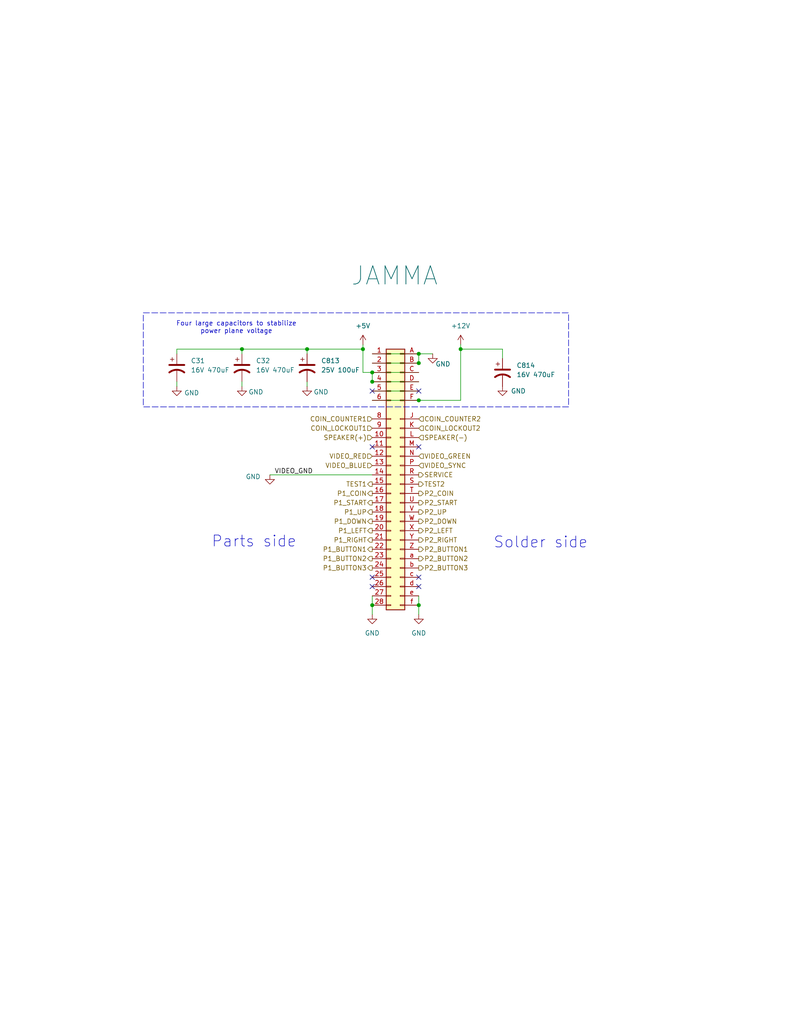
<source format=kicad_sch>
(kicad_sch (version 20231120) (generator "eeschema") (generator_version "8.0")
  (paper "A" portrait)
  (title_block (title "RA9704, JAMMA") (date "2024-12-29") (rev "002") (company "Coin-Op Collection") (comment 1 "Author: Brandon Arnold") (comment 2 "License: CC BY-NC-SA 4.0"))
  (lib_symbols
    (symbol "power:+12V" (power) (pin_numbers hide) (pin_names (offset 0) hide)
      (property "Value" "+12V" (at 0 3.556 0))
      (symbol "+12V_0_1"
        (polyline (pts (xy -0.762 1.27) (xy 0 2.54)))
        (polyline (pts (xy 0 0) (xy 0 2.54)))
        (polyline (pts (xy 0 2.54) (xy 0.762 1.27)))
      )
      (symbol "+12V_1_1"
        (pin power_in line (at 0 0 90) (length 0) (name "~") (number "1"))
      )
    )
    (symbol "power:+5V" (power) (pin_numbers hide) (pin_names (offset 0) hide)
      (property "Value" "+5V" (at 0 3.556 0))
      (symbol "+5V_0_1"
        (polyline (pts (xy -0.762 1.27) (xy 0 2.54)))
        (polyline (pts (xy 0 0) (xy 0 2.54)))
        (polyline (pts (xy 0 2.54) (xy 0.762 1.27)))
      )
      (symbol "+5V_1_1"
        (pin power_in line (at 0 0 90) (length 0) (name "~") (number "1"))
      )
    )
    (symbol "power:GND" (power) (pin_numbers hide) (pin_names (offset 0) hide)
      (property "Value" "GND" (at 0 -3.81 0))
      (symbol "GND_0_1"
        (polyline (pts (xy 0 0) (xy 0 -1.27) (xy 1.27 -1.27) (xy 0 -2.54) (xy -1.27 -1.27) (xy 0 -1.27)))
      )
      (symbol "GND_1_1"
        (pin power_in line (at 0 0 270) (length 0) (name "~") (number "1"))
      )
    )
    (symbol "ra9704:C_Polarized_US_8mm" (pin_numbers hide) (pin_names (offset 0.254) hide)
      (property "Reference" "C" (at 0.635 2.54 0))
      (property "Value" "C_Polarized_US" (at 0.635 -2.54 0))
      (symbol "C_Polarized_US_8mm_0_1"
        (polyline (pts (xy -2.032 0.762) (xy 2.032 0.762)) (stroke (width 0.508)))
        (polyline (pts (xy -1.778 2.286) (xy -0.762 2.286)))
        (polyline (pts (xy -1.27 1.778) (xy -1.27 2.794)))
        (arc (start 2.032 -1.27) (mid 0 -0.5572) (end -2.032 -1.27) (stroke (width 0.508)))
      )
      (symbol "C_Polarized_US_8mm_1_1"
        (pin passive line (at 0 3.81 270) (length 2.794) (name "~") (number "1"))
        (pin passive line (at 0 -3.81 90) (length 3.302) (name "~") (number "2"))
      )
    )
    (symbol "ra9704:JAMMA-56"
      (property "Reference" "U" (at 0 0 0))
      (property "Value" "JAMMA-56" (at 0 0 0))
      (symbol "JAMMA-56_1_1"
        (rectangle (start -2.54 -34.163) (end -1.27 -34.417) (stroke (width 0.1524)))
        (rectangle (start -2.54 -31.623) (end -1.27 -31.877) (stroke (width 0.1524)))
        (rectangle (start -2.54 -29.083) (end -1.27 -29.337) (stroke (width 0.1524)))
        (rectangle (start -2.54 -26.543) (end -1.27 -26.797) (stroke (width 0.1524)))
        (rectangle (start -2.54 -24.003) (end -1.27 -24.257) (stroke (width 0.1524)))
        (rectangle (start -2.54 -21.463) (end -1.27 -21.717) (stroke (width 0.1524)))
        (rectangle (start -2.54 -18.923) (end -1.27 -19.177) (stroke (width 0.1524)))
        (rectangle (start -2.54 -16.383) (end -1.27 -16.637) (stroke (width 0.1524)))
        (rectangle (start -2.54 -13.843) (end -1.27 -14.097) (stroke (width 0.1524)))
        (rectangle (start -2.54 -11.303) (end -1.27 -11.557) (stroke (width 0.1524)))
        (rectangle (start -2.54 -8.763) (end -1.27 -9.017) (stroke (width 0.1524)))
        (rectangle (start -2.54 -6.223) (end -1.27 -6.477) (stroke (width 0.1524)))
        (rectangle (start -2.54 -3.683) (end -1.27 -3.937) (stroke (width 0.1524)))
        (rectangle (start -2.54 -1.143) (end -1.27 -1.397) (stroke (width 0.1524)))
        (rectangle (start -2.54 1.397) (end -1.27 1.143) (stroke (width 0.1524)))
        (rectangle (start -2.54 3.937) (end -1.27 3.683) (stroke (width 0.1524)))
        (rectangle (start -2.54 6.477) (end -1.27 6.223) (stroke (width 0.1524)))
        (rectangle (start -2.54 9.017) (end -1.27 8.763) (stroke (width 0.1524)))
        (rectangle (start -2.54 11.557) (end -1.27 11.303) (stroke (width 0.1524)))
        (rectangle (start -2.54 14.097) (end -1.27 13.843) (stroke (width 0.1524)))
        (rectangle (start -2.54 16.637) (end -1.27 16.383) (stroke (width 0.1524)))
        (rectangle (start -2.54 21.717) (end -1.27 21.463) (stroke (width 0.1524)))
        (rectangle (start -2.54 24.257) (end -1.27 24.003) (stroke (width 0.1524)))
        (rectangle (start -2.54 26.797) (end -1.27 26.543) (stroke (width 0.1524)))
        (rectangle (start -2.54 29.337) (end -1.27 29.083) (stroke (width 0.1524)))
        (rectangle (start -2.54 31.877) (end -1.27 31.623) (stroke (width 0.1524)))
        (rectangle (start -2.54 34.417) (end -1.27 34.163) (stroke (width 0.1524)))
        (rectangle (start -2.54 35.56) (end 2.54 -35.56) (stroke (width 0.254)) (fill (type background)))
        (rectangle (start 2.54 -34.163) (end 1.27 -34.417) (stroke (width 0.1524)))
        (rectangle (start 2.54 -31.623) (end 1.27 -31.877) (stroke (width 0.1524)))
        (rectangle (start 2.54 -29.083) (end 1.27 -29.337) (stroke (width 0.1524)))
        (rectangle (start 2.54 -26.543) (end 1.27 -26.797) (stroke (width 0.1524)))
        (rectangle (start 2.54 -24.003) (end 1.27 -24.257) (stroke (width 0.1524)))
        (rectangle (start 2.54 -21.463) (end 1.27 -21.717) (stroke (width 0.1524)))
        (rectangle (start 2.54 -18.923) (end 1.27 -19.177) (stroke (width 0.1524)))
        (rectangle (start 2.54 -16.383) (end 1.27 -16.637) (stroke (width 0.1524)))
        (rectangle (start 2.54 -13.843) (end 1.27 -14.097) (stroke (width 0.1524)))
        (rectangle (start 2.54 -11.303) (end 1.27 -11.557) (stroke (width 0.1524)))
        (rectangle (start 2.54 -8.763) (end 1.27 -9.017) (stroke (width 0.1524)))
        (rectangle (start 2.54 -6.223) (end 1.27 -6.477) (stroke (width 0.1524)))
        (rectangle (start 2.54 -3.683) (end 1.27 -3.937) (stroke (width 0.1524)))
        (rectangle (start 2.54 -1.143) (end 1.27 -1.397) (stroke (width 0.1524)))
        (rectangle (start 2.54 1.397) (end 1.27 1.143) (stroke (width 0.1524)))
        (rectangle (start 2.54 3.937) (end 1.27 3.683) (stroke (width 0.1524)))
        (rectangle (start 2.54 6.477) (end 1.27 6.223) (stroke (width 0.1524)))
        (rectangle (start 2.54 9.017) (end 1.27 8.763) (stroke (width 0.1524)))
        (rectangle (start 2.54 11.557) (end 1.27 11.303) (stroke (width 0.1524)))
        (rectangle (start 2.54 14.097) (end 1.27 13.843) (stroke (width 0.1524)))
        (rectangle (start 2.54 16.637) (end 1.27 16.383) (stroke (width 0.1524)))
        (rectangle (start 2.54 21.717) (end 1.27 21.463) (stroke (width 0.1524)))
        (rectangle (start 2.54 24.257) (end 1.27 24.003) (stroke (width 0.1524)))
        (rectangle (start 2.54 26.797) (end 1.27 26.543) (stroke (width 0.1524)))
        (rectangle (start 2.54 29.337) (end 1.27 29.083) (stroke (width 0.1524)))
        (rectangle (start 2.54 31.877) (end 1.27 31.623) (stroke (width 0.1524)))
        (rectangle (start 2.54 34.417) (end 1.27 34.163) (stroke (width 0.1524)))
        (pin passive line (at -6.35 34.29 0) (length 3.81) (name "") (number "1"))
        (pin passive line (at -6.35 11.43 0) (length 3.81) (name "") (number "10"))
        (pin passive line (at -6.35 8.89 0) (length 3.81) (name "") (number "11"))
        (pin passive line (at -6.35 6.35 0) (length 3.81) (name "") (number "12"))
        (pin passive line (at -6.35 3.81 0) (length 3.81) (name "") (number "13"))
        (pin passive line (at -6.35 1.27 0) (length 3.81) (name "") (number "14"))
        (pin passive line (at -6.35 -1.27 0) (length 3.81) (name "") (number "15"))
        (pin passive line (at -6.35 -3.81 0) (length 3.81) (name "") (number "16"))
        (pin passive line (at -6.35 -6.35 0) (length 3.81) (name "") (number "17"))
        (pin passive line (at -6.35 -8.89 0) (length 3.81) (name "") (number "18"))
        (pin passive line (at -6.35 -11.43 0) (length 3.81) (name "") (number "19"))
        (pin passive line (at -6.35 31.75 0) (length 3.81) (name "") (number "2"))
        (pin passive line (at -6.35 -13.97 0) (length 3.81) (name "") (number "20"))
        (pin passive line (at -6.35 -16.51 0) (length 3.81) (name "") (number "21"))
        (pin passive line (at -6.35 -19.05 0) (length 3.81) (name "") (number "22"))
        (pin passive line (at -6.35 -21.59 0) (length 3.81) (name "") (number "23"))
        (pin passive line (at -6.35 -24.13 0) (length 3.81) (name "") (number "24"))
        (pin passive line (at -6.35 -26.67 0) (length 3.81) (name "") (number "25"))
        (pin passive line (at -6.35 -29.21 0) (length 3.81) (name "") (number "26"))
        (pin passive line (at -6.35 -31.75 0) (length 3.81) (name "") (number "27"))
        (pin passive line (at -6.35 -34.29 0) (length 3.81) (name "") (number "28"))
        (pin passive line (at -6.35 29.21 0) (length 3.81) (name "") (number "3"))
        (pin passive line (at -6.35 26.67 0) (length 3.81) (name "") (number "4"))
        (pin passive line (at -6.35 24.13 0) (length 3.81) (name "") (number "5"))
        (pin passive line (at -6.35 21.59 0) (length 3.81) (name "") (number "6"))
        (pin passive line (at -6.35 16.51 0) (length 3.81) (name "") (number "8"))
        (pin passive line (at -6.35 13.97 0) (length 3.81) (name "") (number "9"))
        (pin passive line (at 6.35 34.29 180) (length 3.81) (name "") (number "A"))
        (pin passive line (at 6.35 31.75 180) (length 3.81) (name "") (number "B"))
        (pin passive line (at 6.35 29.21 180) (length 3.81) (name "") (number "C"))
        (pin passive line (at 6.35 26.67 180) (length 3.81) (name "") (number "D"))
        (pin passive line (at 6.35 24.13 180) (length 3.81) (name "") (number "E"))
        (pin passive line (at 6.35 21.59 180) (length 3.81) (name "") (number "F"))
        (pin passive line (at 6.35 16.51 180) (length 3.81) (name "") (number "J"))
        (pin passive line (at 6.35 13.97 180) (length 3.81) (name "") (number "K"))
        (pin passive line (at 6.35 11.43 180) (length 3.81) (name "") (number "L"))
        (pin passive line (at 6.35 8.89 180) (length 3.81) (name "") (number "M"))
        (pin passive line (at 6.35 6.35 180) (length 3.81) (name "") (number "N"))
        (pin passive line (at 6.35 3.81 180) (length 3.81) (name "") (number "P"))
        (pin passive line (at 6.35 1.27 180) (length 3.81) (name "") (number "R"))
        (pin passive line (at 6.35 -1.27 180) (length 3.81) (name "") (number "S"))
        (pin passive line (at 6.35 -3.81 180) (length 3.81) (name "") (number "T"))
        (pin passive line (at 6.35 -6.35 180) (length 3.81) (name "") (number "U"))
        (pin passive line (at 6.35 -8.89 180) (length 3.81) (name "") (number "V"))
        (pin passive line (at 6.35 -11.43 180) (length 3.81) (name "") (number "W"))
        (pin passive line (at 6.35 -13.97 180) (length 3.81) (name "") (number "X"))
        (pin passive line (at 6.35 -16.51 180) (length 3.81) (name "") (number "Y"))
        (pin passive line (at 6.35 -19.05 180) (length 3.81) (name "") (number "Z"))
        (pin passive line (at 6.35 -21.59 180) (length 3.81) (name "") (number "a"))
        (pin passive line (at 6.35 -24.13 180) (length 3.81) (name "") (number "b"))
        (pin passive line (at 6.35 -26.67 180) (length 3.81) (name "") (number "c"))
        (pin passive line (at 6.35 -29.21 180) (length 3.81) (name "") (number "d"))
        (pin passive line (at 6.35 -31.75 180) (length 3.81) (name "") (number "e"))
        (pin passive line (at 6.35 -34.29 180) (length 3.81) (name "") (number "f"))
      )
    )
  )
  (junction (at 99.06 95.25))
  (junction (at 114.3 99.06))
  (junction (at 125.73 95.25))
  (junction (at 101.6 165.1))
  (junction (at 114.3 96.52))
  (junction (at 114.3 165.1))
  (junction (at 114.3 109.22))
  (junction (at 83.82 95.25))
  (junction (at 66.04 95.25))
  (junction (at 101.6 104.14))
  (junction (at 101.6 101.6))
  (no_connect (at 101.6 121.92))
  (no_connect (at 101.6 106.68))
  (no_connect (at 114.3 160.02))
  (no_connect (at 101.6 157.48))
  (no_connect (at 114.3 121.92))
  (no_connect (at 114.3 106.68))
  (no_connect (at 101.6 160.02))
  (no_connect (at 114.3 157.48))
  (wire (pts (xy 101.6 104.14) (xy 114.3 104.14)))
  (wire (pts (xy 101.6 101.6) (xy 114.3 101.6)))
  (wire (pts (xy 99.06 95.25) (xy 99.06 101.6)))
  (wire (pts (xy 101.6 109.22) (xy 114.3 109.22)))
  (wire (pts (xy 125.73 95.25) (xy 137.16 95.25)))
  (wire (pts (xy 101.6 101.6) (xy 101.6 104.14)))
  (wire (pts (xy 48.26 95.25) (xy 66.04 95.25)))
  (wire (pts (xy 101.6 162.56) (xy 101.6 165.1)))
  (wire (pts (xy 114.3 96.52) (xy 114.3 99.06)))
  (wire (pts (xy 83.82 104.14) (xy 83.82 105.41)))
  (wire (pts (xy 137.16 95.25) (xy 137.16 97.79)))
  (wire (pts (xy 114.3 165.1) (xy 114.3 167.64)))
  (wire (pts (xy 48.26 104.14) (xy 48.26 105.41)))
  (wire (pts (xy 83.82 96.52) (xy 83.82 95.25)))
  (wire (pts (xy 101.6 165.1) (xy 101.6 167.64)))
  (wire (pts (xy 101.6 99.06) (xy 114.3 99.06)))
  (wire (pts (xy 83.82 95.25) (xy 99.06 95.25)))
  (wire (pts (xy 125.73 95.25) (xy 125.73 93.98)))
  (wire (pts (xy 48.26 96.52) (xy 48.26 95.25)))
  (wire (pts (xy 66.04 96.52) (xy 66.04 95.25)))
  (wire (pts (xy 114.3 96.52) (xy 118.11 96.52)))
  (wire (pts (xy 73.66 129.54) (xy 101.6 129.54)))
  (wire (pts (xy 66.04 104.14) (xy 66.04 105.41)))
  (wire (pts (xy 101.6 106.68) (xy 114.3 106.68)))
  (wire (pts (xy 99.06 101.6) (xy 101.6 101.6)))
  (wire (pts (xy 125.73 95.25) (xy 125.73 109.22)))
  (wire (pts (xy 101.6 96.52) (xy 114.3 96.52)))
  (wire (pts (xy 66.04 95.25) (xy 83.82 95.25)))
  (wire (pts (xy 114.3 162.56) (xy 114.3 165.1)))
  (wire (pts (xy 99.06 93.98) (xy 99.06 95.25)))
  (wire (pts (xy 114.3 109.22) (xy 125.73 109.22)))
  (rectangle (start 39.116 85.344) (end 155.194 110.998) (stroke (width 0) (type dash)))
  (text "Parts side" (at 69.342 147.828 0) (effects (font (size 3 3))))
  (text "Solder side" (at 147.574 148.082 0) (effects (font (size 3 3))))
  (text "Four large capacitors to stabilize\npower plane voltage" (at 64.516 89.408 0) (effects (font (size 1.27 1.27))))
  (label "VIDEO_GND" (at 74.93 129.54 0))
  (hierarchical_label "SPEAKER(-)" (shape input) (at 114.3 119.38 0))
  (hierarchical_label "P2_LEFT" (shape output) (at 114.3 144.78 0))
  (hierarchical_label "P1_BUTTON1" (shape output) (at 101.6 149.86 180))
  (hierarchical_label "VIDEO_BLUE" (shape input) (at 101.6 127 180))
  (hierarchical_label "P2_DOWN" (shape output) (at 114.3 142.24 0))
  (hierarchical_label "TEST1" (shape output) (at 101.6 132.08 180))
  (hierarchical_label "P1_LEFT" (shape output) (at 101.6 144.78 180))
  (hierarchical_label "COIN_COUNTER2" (shape input) (at 114.3 114.3 0))
  (hierarchical_label "P2_BUTTON1" (shape output) (at 114.3 149.86 0))
  (hierarchical_label "P1_START" (shape output) (at 101.6 137.16 180))
  (hierarchical_label "P1_UP" (shape output) (at 101.6 139.7 180))
  (hierarchical_label "COIN_COUNTER1" (shape input) (at 101.6 114.3 180))
  (hierarchical_label "P2_UP" (shape output) (at 114.3 139.7 0))
  (hierarchical_label "P1_BUTTON2" (shape output) (at 101.6 152.4 180))
  (hierarchical_label "P1_RIGHT" (shape output) (at 101.6 147.32 180))
  (hierarchical_label "VIDEO_SYNC" (shape input) (at 114.3 127 0))
  (hierarchical_label "P2_COIN" (shape output) (at 114.3 134.62 0))
  (hierarchical_label "SERVICE" (shape output) (at 114.3 129.54 0))
  (hierarchical_label "P1_BUTTON3" (shape output) (at 101.6 154.94 180))
  (hierarchical_label "TEST2" (shape output) (at 114.3 132.08 0))
  (hierarchical_label "COIN_LOCKOUT1" (shape input) (at 101.6 116.84 180))
  (hierarchical_label "P1_DOWN" (shape output) (at 101.6 142.24 180))
  (hierarchical_label "P2_BUTTON3" (shape output) (at 114.3 154.94 0))
  (hierarchical_label "P2_RIGHT" (shape output) (at 114.3 147.32 0))
  (hierarchical_label "VIDEO_RED" (shape input) (at 101.6 124.46 180))
  (hierarchical_label "COIN_LOCKOUT2" (shape input) (at 114.3 116.84 0))
  (hierarchical_label "P1_COIN" (shape output) (at 101.6 134.62 180))
  (hierarchical_label "VIDEO_GREEN" (shape input) (at 114.3 124.46 0))
  (hierarchical_label "P2_START" (shape output) (at 114.3 137.16 0))
  (hierarchical_label "SPEAKER(+)" (shape input) (at 101.6 119.38 180))
  (hierarchical_label "P2_BUTTON2" (shape output) (at 114.3 152.4 0))
  (symbol (lib_id "power:GND") (at 66.04 105.41 0) (unit 1)
    (property "Reference" "#PWR0118" (effects (hide yes)))
    (property "Value" "GND" (at 69.85 106.934 0))
    (property "Description" "Power symbol creates a global label with name \"GND\" , ground" (effects (hide yes)))
  )
  (symbol (lib_id "power:GND") (at 118.11 96.52 0) (unit 1)
    (property "Reference" "#PWR0193" (effects (hide yes)))
    (property "Value" "GND" (at 120.904 99.314 0))
    (property "Description" "Power symbol creates a global label with name \"GND\" , ground" (effects (hide yes)))
  )
  (symbol (lib_id "ra9704:C_Polarized_US_8mm") (at 137.16 101.6 0) (unit 1)
    (property "Reference" "C814" (at 140.97 99.6949 0) (effects (justify left)))
    (property "Value" "16V 470uF" (at 140.97 102.2349 0) (effects (justify left)))
    (property "Footprint" "ra9704:CP_Radial_D8.0mm_P5.00mm" (effects (hide yes)))
    (property "Description" "Polarized capacitor, US symbol" (effects (hide yes)))
  )
  (symbol (lib_id "power:GND") (at 83.82 105.41 0) (unit 1)
    (property "Reference" "#PWR0148" (effects (hide yes)))
    (property "Value" "GND" (at 87.63 106.934 0))
    (property "Description" "Power symbol creates a global label with name \"GND\" , ground" (effects (hide yes)))
  )
  (symbol (lib_id "ra9704:JAMMA-56") (at 107.95 130.81 0) (unit 1)
    (property "Reference" "JAMMA1" (effects (hide yes)))
    (property "Value" "JAMMA" (at 107.696 75.184 0) (effects (font (size 5 5))))
    (property "Footprint" "ra9704:JAMMA-56" (effects (hide yes)))
  )
  (symbol (lib_id "ra9704:C_Polarized_US_8mm") (at 48.26 100.33 0) (unit 1)
    (property "Reference" "C31" (at 52.07 98.4249 0) (effects (justify left)))
    (property "Value" "16V 470uF" (at 52.07 100.9649 0) (effects (justify left)))
    (property "Footprint" "ra9704:CP_Radial_D8.0mm_P5.00mm" (effects (hide yes)))
    (property "Description" "Polarized capacitor, US symbol" (effects (hide yes)))
  )
  (symbol (lib_id "power:GND") (at 101.6 167.64 0) (unit 1)
    (property "Reference" "#PWR0191" (effects (hide yes)))
    (property "Value" "GND" (at 101.6 172.72 0))
    (property "Description" "Power symbol creates a global label with name \"GND\" , ground" (effects (hide yes)))
  )
  (symbol (lib_id "power:+5V") (at 99.06 93.98 0) (unit 1)
    (property "Reference" "#PWR0190" (effects (hide yes)))
    (property "Value" "+5V" (at 99.06 88.9 0))
    (property "Description" "Power symbol creates a global label with name \"+5V\"" (effects (hide yes)))
  )
  (symbol (lib_id "power:GND") (at 114.3 167.64 0) (unit 1)
    (property "Reference" "#PWR0192" (effects (hide yes)))
    (property "Value" "GND" (at 114.3 172.72 0))
    (property "Description" "Power symbol creates a global label with name \"GND\" , ground" (effects (hide yes)))
  )
  (symbol (lib_id "ra9704:C_Polarized_US_8mm") (at 66.04 100.33 0) (unit 1)
    (property "Reference" "C32" (at 69.85 98.4249 0) (effects (justify left)))
    (property "Value" "16V 470uF" (at 69.85 100.9649 0) (effects (justify left)))
    (property "Footprint" "ra9704:CP_Radial_D8.0mm_P5.00mm" (effects (hide yes)))
    (property "Description" "Polarized capacitor, US symbol" (effects (hide yes)))
  )
  (symbol (lib_id "power:GND") (at 48.26 105.41 0) (unit 1)
    (property "Reference" "#PWR0117" (effects (hide yes)))
    (property "Value" "GND" (at 52.324 107.188 0))
    (property "Description" "Power symbol creates a global label with name \"GND\" , ground" (effects (hide yes)))
  )
  (symbol (lib_id "ra9704:C_Polarized_US_8mm") (at 83.82 100.33 0) (unit 1)
    (property "Reference" "C813" (at 87.63 98.4249 0) (effects (justify left)))
    (property "Value" "25V 100uF" (at 87.63 100.9649 0) (effects (justify left)))
    (property "Footprint" "ra9704:CP_Radial_D8.0mm_P5.00mm" (effects (hide yes)))
    (property "Description" "Polarized capacitor, US symbol" (effects (hide yes)))
  )
  (symbol (lib_id "power:GND") (at 137.16 105.41 0) (unit 1)
    (property "Reference" "#PWR0195" (effects (hide yes)))
    (property "Value" "GND" (at 141.478 106.68 0))
    (property "Description" "Power symbol creates a global label with name \"GND\" , ground" (effects (hide yes)))
  )
  (symbol (lib_id "power:+12V") (at 125.73 93.98 0) (unit 1)
    (property "Reference" "#PWR0194" (effects (hide yes)))
    (property "Value" "+12V" (at 125.73 88.9 0))
    (property "Description" "Power symbol creates a global label with name \"+12V\"" (effects (hide yes)))
  )
  (symbol (lib_id "power:GND") (at 73.66 129.54 0) (unit 1)
    (property "Reference" "#PWR0119" (effects (hide yes)))
    (property "Value" "GND" (at 69.088 130.048 0))
    (property "Description" "Power symbol creates a global label with name \"GND\" , ground" (effects (hide yes)))
  )
)
</source>
